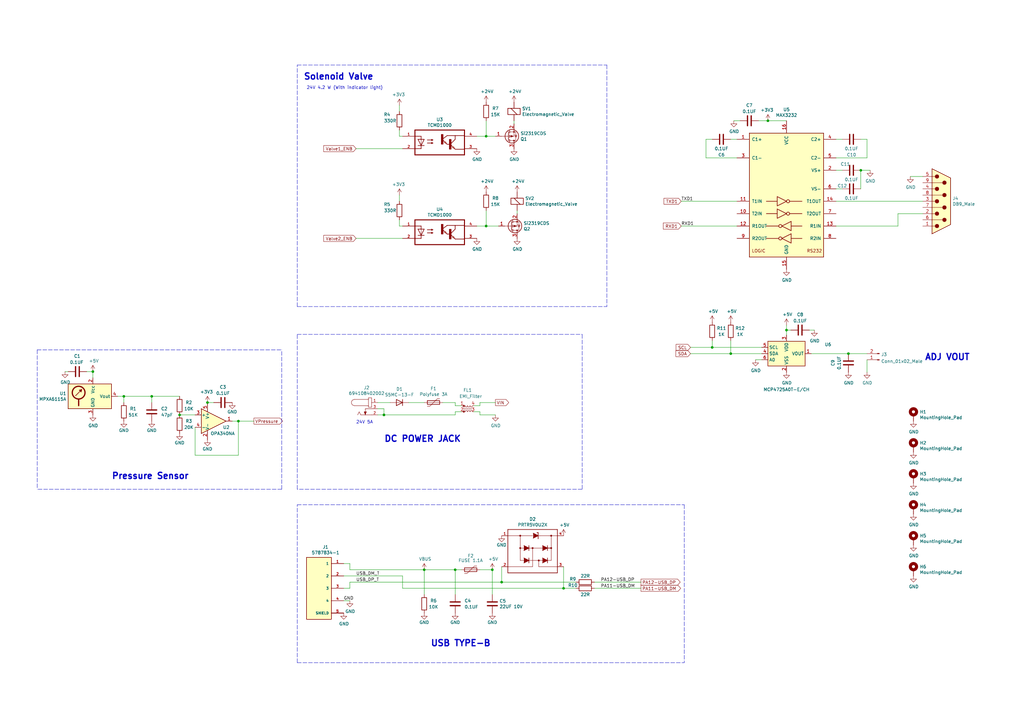
<source format=kicad_sch>
(kicad_sch (version 20211123) (generator eeschema)
  (paper "A3")
  (title_block (title "Interface") (date "2020-11-20") (rev "2.0") (company "JPT Electronics"))
  (lib_symbols
    (symbol "Amplifier_Operational:OPA340NA" (pin_names (offset 0.127))
      (property "Reference" "U" (at -1.27 6.35 0))
      (property "Value" "OPA340NA" (at -1.27 3.81 0))
      (symbol "OPA340NA_0_1"
        (pin power_in line (at -2.54 -7.62 90) (length 3.81) (name "V-") (number "2"))
        (pin power_in line (at -2.54 7.62 270) (length 3.81) (name "V+") (number "5"))
      )
      (symbol "OPA340NA_1_1"
        (pin output line (at 7.62 0 180) (length 2.54) (name "~") (number "1"))
        (pin input line (at -7.62 2.54 0) (length 2.54) (name "+") (number "3"))
        (pin input line (at -7.62 -2.54 0) (length 2.54) (name "-") (number "4"))
      )
    )
    (symbol "Analog_DAC:MCP4725xxx-xCH"
      (property "Reference" "U" (at -6.35 6.35 0))
      (property "Value" "MCP4725xxx-xCH" (at 8.89 6.35 0))
      (symbol "MCP4725xxx-xCH_1_1"
        (pin output line (at 10.16 0 180) (length 2.54) (name "VOUT") (number "1"))
        (pin power_in line (at 0 -7.62 90) (length 2.54) (name "VSS") (number "2"))
        (pin power_in line (at 0 7.62 270) (length 2.54) (name "VDD") (number "3"))
        (pin bidirectional line (at -10.16 0 0) (length 2.54) (name "SDA") (number "4"))
        (pin input line (at -10.16 2.54 0) (length 2.54) (name "SCL") (number "5"))
        (pin input line (at -10.16 -2.54 0) (length 2.54) (name "A0") (number "6"))
      )
    )
    (symbol "Connector:Conn_01x02_Male" (pin_names (offset 1.016) hide)
      (property "Reference" "J" (at 0 2.54 0))
      (property "Value" "Conn_01x02_Male" (at 0 -5.08 0))
      (symbol "Conn_01x02_Male_1_1"
        (pin passive line (at 5.08 0 180) (length 3.81) (name "Pin_1") (number "1"))
        (pin passive line (at 5.08 -2.54 180) (length 3.81) (name "Pin_2") (number "2"))
      )
    )
    (symbol "Connector:DB9_Male" (pin_names (offset 1.016) hide)
      (property "Reference" "J" (at 0 13.97 0))
      (property "Value" "DB9_Male" (at 0 -14.605 0))
      (symbol "DB9_Male_1_1"
        (pin passive line (at -7.62 -10.16 0) (length 3.81) (name "1") (number "1"))
        (pin passive line (at -7.62 -5.08 0) (length 3.81) (name "2") (number "2"))
        (pin passive line (at -7.62 0 0) (length 3.81) (name "3") (number "3"))
        (pin passive line (at -7.62 5.08 0) (length 3.81) (name "4") (number "4"))
        (pin passive line (at -7.62 10.16 0) (length 3.81) (name "5") (number "5"))
        (pin passive line (at -7.62 -7.62 0) (length 3.81) (name "6") (number "6"))
        (pin passive line (at -7.62 -2.54 0) (length 3.81) (name "7") (number "7"))
        (pin passive line (at -7.62 2.54 0) (length 3.81) (name "8") (number "8"))
        (pin passive line (at -7.62 7.62 0) (length 3.81) (name "9") (number "9"))
      )
    )
    (symbol "Device:C" (pin_numbers hide) (pin_names (offset 0.254))
      (property "Reference" "C" (at 0.635 2.54 0))
      (property "Value" "C" (at 0.635 -2.54 0))
      (symbol "C_1_1"
        (pin passive line (at 0 3.81 270) (length 2.794) (name "~") (number "1"))
        (pin passive line (at 0 -3.81 90) (length 2.794) (name "~") (number "2"))
      )
    )
    (symbol "Device:Electromagnetic_Actor" (pin_numbers hide) (pin_names (offset 0.0254) hide)
      (property "Reference" "L" (at 1.27 3.81 0))
      (property "Value" "Device_Electromagnetic_Actor" (at 1.27 -1.27 0))
      (symbol "Electromagnetic_Actor_1_1"
        (pin passive line (at 0 5.08 270) (length 2.54) (name "-") (number "1"))
        (pin passive line (at 0 -2.54 90) (length 2.54) (name "+") (number "2"))
      )
    )
    (symbol "Device:L_Core_Ferrite_Coupled_Small_1423" (pin_names (offset 0.254) hide)
      (property "Reference" "L" (at 0 3.175 0))
      (property "Value" "Device_L_Core_Ferrite_Coupled_Small_1423" (at 0 -3.175 0))
      (symbol "L_Core_Ferrite_Coupled_Small_1423_1_1"
        (pin passive line (at -2.54 1.27 0) (length 0.508) (name "1") (number "1"))
        (pin passive line (at -2.54 -1.27 0) (length 0.508) (name "2") (number "2"))
        (pin passive line (at 2.54 -1.27 180) (length 0.508) (name "3") (number "3"))
        (pin passive line (at 2.54 1.27 180) (length 0.508) (name "4") (number "4"))
      )
    )
    (symbol "Device:Polyfuse" (pin_numbers hide) (pin_names (offset 0))
      (property "Reference" "F" (at -2.54 0 90))
      (property "Value" "Polyfuse" (at 2.54 0 90))
      (symbol "Polyfuse_1_1"
        (pin passive line (at 0 3.81 270) (length 1.27) (name "~") (number "1"))
        (pin passive line (at 0 -3.81 90) (length 1.27) (name "~") (number "2"))
      )
    )
    (symbol "Device:R" (pin_numbers hide) (pin_names (offset 0))
      (property "Reference" "R" (at 2.032 0 90))
      (property "Value" "R" (at 0 0 90))
      (symbol "R_1_1"
        (pin passive line (at 0 3.81 270) (length 1.27) (name "~") (number "1"))
        (pin passive line (at 0 -3.81 90) (length 1.27) (name "~") (number "2"))
      )
    )
    (symbol "Diode:UF5401" (pin_numbers hide) (pin_names (offset 1.016) hide)
      (property "Reference" "D" (at 0 2.54 0))
      (property "Value" "UF5401" (at 0 -2.54 0))
      (symbol "UF5401_1_1"
        (pin passive line (at -3.81 0 0) (length 2.54) (name "K") (number "1"))
        (pin passive line (at 3.81 0 180) (length 2.54) (name "A") (number "2"))
      )
    )
    (symbol "Interface_UART:MAX3232" (pin_names (offset 1.016))
      (property "Reference" "U" (at -2.54 28.575 0))
      (property "Value" "MAX3232" (at -2.54 26.67 0))
      (symbol "MAX3232_0_0"
        (text "LOGIC" (at -11.43 -22.86 0) (effects (font (size 1.27 1.27))))
        (text "RS232" (at 11.43 -22.86 0) (effects (font (size 1.27 1.27))))
      )
      (symbol "MAX3232_1_1"
        (pin passive line (at -20.32 22.86 0) (length 5.08) (name "C1+") (number "1"))
        (pin input line (at -20.32 -7.62 0) (length 5.08) (name "T2IN") (number "10"))
        (pin input line (at -20.32 -2.54 0) (length 5.08) (name "T1IN") (number "11"))
        (pin output line (at -20.32 -12.7 0) (length 5.08) (name "R1OUT") (number "12"))
        (pin input line (at 20.32 -12.7 180) (length 5.08) (name "R1IN") (number "13"))
        (pin output line (at 20.32 -2.54 180) (length 5.08) (name "T1OUT") (number "14"))
        (pin power_in line (at 0 -30.48 90) (length 5.08) (name "GND") (number "15"))
        (pin power_in line (at 0 30.48 270) (length 5.08) (name "VCC") (number "16"))
        (pin power_out line (at 20.32 10.16 180) (length 5.08) (name "VS+") (number "2"))
        (pin passive line (at -20.32 15.24 0) (length 5.08) (name "C1-") (number "3"))
        (pin passive line (at 20.32 22.86 180) (length 5.08) (name "C2+") (number "4"))
        (pin passive line (at 20.32 15.24 180) (length 5.08) (name "C2-") (number "5"))
        (pin power_out line (at 20.32 2.54 180) (length 5.08) (name "VS-") (number "6"))
        (pin output line (at 20.32 -7.62 180) (length 5.08) (name "T2OUT") (number "7"))
        (pin input line (at 20.32 -17.78 180) (length 5.08) (name "R2IN") (number "8"))
        (pin output line (at -20.32 -17.78 0) (length 5.08) (name "R2OUT") (number "9"))
      )
    )
    (symbol "Mechanical:MountingHole_Pad" (pin_numbers hide) (pin_names (offset 1.016) hide)
      (property "Reference" "H" (at 0 6.35 0))
      (property "Value" "MountingHole_Pad" (at 0 4.445 0))
      (symbol "MountingHole_Pad_1_1"
        (pin input line (at 0 -2.54 90) (length 2.54) (name "1") (number "1"))
      )
    )
    (symbol "PJ-067B:PJ-067B" (pin_names (offset 1.016) hide)
      (property "Reference" "J" (at -5.08 5.08 0))
      (property "Value" "PJ-067B" (at -5.08 -5.08 0))
      (symbol "PJ-067B_0_0"
        (pin passive line (at 5.08 2.54 180) (length 2.54) (name "~") (number "1"))
        (pin passive line (at 5.08 -2.54 180) (length 2.54) (name "~") (number "2"))
        (pin passive line (at 5.08 0 180) (length 2.54) (name "~") (number "3"))
      )
    )
    (symbol "Pre-Aligner-rescue:5787834-1-5787834-1-Pre-Aligner-rescue" (pin_names (offset 1.016))
      (property "Reference" "J" (at -5.334 13.462 0))
      (property "Value" "5787834-1-5787834-1-Pre-Aligner-rescue" (at -5.08 -15.24 0))
      (symbol "5787834-1-5787834-1-Pre-Aligner-rescue_0_0"
        (pin passive line (at -10.16 10.16 0) (length 5.08) (name "1") (number "1"))
        (pin passive line (at -10.16 5.08 0) (length 5.08) (name "2") (number "2"))
        (pin passive line (at -10.16 0 0) (length 5.08) (name "3") (number "3"))
        (pin passive line (at -10.16 -5.08 0) (length 5.08) (name "4") (number "4"))
        (pin passive line (at -10.16 -10.16 0) (length 5.08) (name "SHIELD") (number "5"))
        (pin passive line (at -10.16 -10.16 0) (length 5.08) (name "SHIELD") (number "5"))
      )
    )
    (symbol "Pre-Aligner-rescue:PRTR5V0U2X-PRTR5V0U2X-PRTR5V0U2X-Pre-Aligner-rescue" (pin_names (offset 1.016) hide)
      (property "Reference" "D" (at -10.16 8.4582 0))
      (property "Value" "PRTR5V0U2X-PRTR5V0U2X-PRTR5V0U2X-Pre-Aligner-rescue" (at -10.16 -12.5984 0))
      (symbol "PRTR5V0U2X-PRTR5V0U2X-PRTR5V0U2X-Pre-Aligner-rescue_0_0"
        (pin passive line (at -12.7 5.08 0) (length 2.54) (name "~") (number "1"))
        (pin passive line (at -12.7 -7.62 0) (length 2.54) (name "~") (number "2"))
        (pin passive line (at 12.7 -7.62 180) (length 2.54) (name "~") (number "3"))
        (pin passive line (at 12.7 5.08 180) (length 2.54) (name "~") (number "4"))
      )
    )
    (symbol "Sensor_Pressure:MPXA6115A"
      (property "Reference" "U" (at -10.16 6.35 0))
      (property "Value" "MPXA6115A" (at 1.27 6.35 0))
      (symbol "MPXA6115A_1_1"
        (pin no_connect line (at 5.08 -5.08 90) (length 2.54) hide (name "NC") (number "1"))
        (pin power_in line (at 0 7.62 270) (length 2.54) (name "Vcc") (number "2"))
        (pin power_in line (at 0 -7.62 90) (length 2.54) (name "GND") (number "3"))
        (pin output line (at 10.16 0 180) (length 2.54) (name "Vout") (number "4"))
        (pin no_connect line (at -7.62 -5.08 90) (length 2.54) hide (name "NC") (number "5"))
        (pin no_connect line (at -5.08 -5.08 90) (length 2.54) hide (name "NC") (number "6"))
        (pin no_connect line (at -2.54 -5.08 90) (length 2.54) hide (name "NC") (number "7"))
        (pin no_connect line (at 2.54 -5.08 90) (length 2.54) hide (name "NC") (number "8"))
      )
    )
    (symbol "TCMD1000:TCMD1000" (pin_names (offset 1.016) hide)
      (property "Reference" "U" (at -5.08 5.588 0))
      (property "Value" "TCMD1000" (at -5.08 -7.62 0))
      (symbol "TCMD1000_0_0"
        (pin passive line (at -15.24 2.54 0) (length 5.08) (name "~") (number "1"))
        (pin passive line (at -15.24 -2.54 0) (length 5.08) (name "~") (number "2"))
        (pin passive line (at 15.24 -2.54 180) (length 5.08) (name "~") (number "3"))
        (pin passive line (at 15.24 2.54 180) (length 5.08) (name "~") (number "4"))
      )
    )
    (symbol "Transistor_FET:Si2319CDS" (pin_names hide)
      (property "Reference" "Q" (at 5.08 1.905 0))
      (property "Value" "Si2319CDS" (at 5.08 0 0))
      (symbol "Si2319CDS_1_1"
        (pin input line (at -5.08 0 0) (length 2.54) (name "G") (number "1"))
        (pin passive line (at 2.54 -5.08 90) (length 2.54) (name "S") (number "2"))
        (pin passive line (at 2.54 5.08 270) (length 2.54) (name "D") (number "3"))
      )
    )
    (symbol "power:+24V" (power) (pin_names (offset 0))
      (property "Value" "+24V" (at 0 3.556 0))
      (symbol "+24V_1_1"
        (pin power_in line (at 0 0 90) (length 0) hide (name "+24V") (number "1"))
      )
    )
    (symbol "power:+3.3V" (power) (pin_names (offset 0))
      (property "Value" "+3.3V" (at 0 3.556 0))
      (symbol "+3.3V_1_1"
        (pin power_in line (at 0 0 90) (length 0) hide (name "+3V3") (number "1"))
      )
    )
    (symbol "power:+5V" (power) (pin_names (offset 0))
      (property "Value" "+5V" (at 0 3.556 0))
      (symbol "+5V_1_1"
        (pin power_in line (at 0 0 90) (length 0) hide (name "+5V") (number "1"))
      )
    )
    (symbol "power:GND" (power) (pin_names (offset 0))
      (property "Value" "GND" (at 0 -3.81 0))
      (symbol "GND_1_1"
        (pin power_in line (at 0 0 270) (length 0) hide (name "GND") (number "1"))
      )
    )
    (symbol "power:VBUS" (power) (pin_names (offset 0))
      (property "Value" "VBUS" (at 0 3.81 0))
      (symbol "VBUS_1_1"
        (pin power_in line (at 0 0 90) (length 0) hide (name "VBUS") (number "1"))
      )
    )
  )
  (junction (at 38.1 152.4))
  (junction (at 173.99 233.68))
  (junction (at 199.39 55.88))
  (junction (at 73.66 170.18))
  (junction (at 292.1 142.494))
  (junction (at 347.98 145.034))
  (junction (at 97.79 172.72))
  (junction (at 322.58 135.382))
  (junction (at 205.74 238.76))
  (junction (at 314.96 49.53))
  (junction (at 199.39 92.71))
  (junction (at 299.72 145.034))
  (junction (at 201.93 233.68))
  (junction (at 231.14 241.3))
  (junction (at 62.23 162.56))
  (junction (at 157.48 170.18))
  (junction (at 353.06 69.85))
  (junction (at 186.69 233.68))
  (junction (at 85.09 165.1))
  (junction (at 50.8 162.56))
  (polyline (pts (xy 121.92 207.01) (xy 280.67 207.01)))
  (wire (pts (xy 163.83 43.18) (xy 163.83 45.72)))
  (wire (pts (xy 163.83 80.01) (xy 163.83 82.55)))
  (wire (pts (xy 80.01 170.18) (xy 73.66 170.18)))
  (polyline (pts (xy 238.76 137.16) (xy 238.76 200.66)))
  (wire (pts (xy 38.1 152.4) (xy 38.1 154.94)))
  (wire (pts (xy 143.51 231.14) (xy 140.97 231.14)))
  (wire (pts (xy 199.39 92.71) (xy 195.58 92.71)))
  (wire (pts (xy 203.2 55.88) (xy 199.39 55.88)))
  (wire (pts (xy 186.69 165.1) (xy 186.69 166.37)))
  (wire (pts (xy 322.58 133.35) (xy 322.58 135.382)))
  (wire (pts (xy 186.69 170.18) (xy 186.69 168.91)))
  (wire (pts (xy 309.88 147.574) (xy 312.42 147.574)))
  (wire (pts (xy 302.26 82.55) (xy 279.4 82.55)))
  (wire (pts (xy 311.15 49.53) (xy 314.96 49.53)))
  (wire (pts (xy 26.67 152.4) (xy 27.94 152.4)))
  (wire (pts (xy 87.63 165.1) (xy 85.09 165.1)))
  (wire (pts (xy 355.6 152.654) (xy 355.6 147.574)))
  (wire (pts (xy 157.48 170.18) (xy 157.48 167.64)))
  (wire (pts (xy 322.58 135.382) (xy 324.358 135.382)))
  (wire (pts (xy 194.31 166.37) (xy 196.85 166.37)))
  (wire (pts (xy 62.23 162.56) (xy 73.66 162.56)))
  (wire (pts (xy 342.9 69.85) (xy 345.44 69.85)))
  (wire (pts (xy 194.31 168.91) (xy 196.85 168.91)))
  (wire (pts (xy 181.61 165.1) (xy 186.69 165.1)))
  (wire (pts (xy 97.79 172.72) (xy 104.14 172.72)))
  (wire (pts (xy 203.2 170.18) (xy 196.85 170.18)))
  (wire (pts (xy 342.9 64.77) (xy 355.6 64.77)))
  (wire (pts (xy 199.39 86.36) (xy 199.39 92.71)))
  (wire (pts (xy 231.14 232.41) (xy 231.14 241.3)))
  (wire (pts (xy 157.48 167.64) (xy 154.94 167.64)))
  (wire (pts (xy 342.9 77.47) (xy 345.44 77.47)))
  (polyline (pts (xy 121.92 125.73) (xy 248.92 125.73)))
  (wire (pts (xy 204.47 92.71) (xy 199.39 92.71)))
  (wire (pts (xy 355.6 64.77) (xy 355.6 57.15)))
  (polyline (pts (xy 121.92 137.16) (xy 238.76 137.16)))
  (wire (pts (xy 140.97 236.22) (xy 165.1 236.22)))
  (wire (pts (xy 48.26 162.56) (xy 50.8 162.56)))
  (polyline (pts (xy 121.92 271.78) (xy 280.67 271.78)))
  (wire (pts (xy 331.978 135.382) (xy 334.01 135.382)))
  (wire (pts (xy 146.05 97.79) (xy 165.1 97.79)))
  (wire (pts (xy 186.69 166.37) (xy 189.23 166.37)))
  (wire (pts (xy 186.69 233.68) (xy 189.23 233.68)))
  (wire (pts (xy 163.83 55.88) (xy 165.1 55.88)))
  (wire (pts (xy 146.05 60.96) (xy 165.1 60.96)))
  (polyline (pts (xy 121.92 125.73) (xy 121.92 26.67)))
  (wire (pts (xy 196.85 165.1) (xy 203.2 165.1)))
  (wire (pts (xy 50.8 165.1) (xy 50.8 162.56)))
  (wire (pts (xy 283.21 142.494) (xy 292.1 142.494)))
  (polyline (pts (xy 121.92 200.66) (xy 121.92 137.16)))
  (wire (pts (xy 143.51 233.68) (xy 143.51 231.14)))
  (wire (pts (xy 163.83 90.17) (xy 163.83 92.71)))
  (wire (pts (xy 289.56 57.15) (xy 289.56 64.77)))
  (wire (pts (xy 201.93 233.68) (xy 196.85 233.68)))
  (wire (pts (xy 163.83 92.71) (xy 165.1 92.71)))
  (wire (pts (xy 163.83 53.34) (xy 163.83 55.88)))
  (wire (pts (xy 299.72 139.7) (xy 299.72 145.034)))
  (polyline (pts (xy 121.92 26.67) (xy 248.92 26.67)))
  (wire (pts (xy 186.69 168.91) (xy 189.23 168.91)))
  (wire (pts (xy 97.79 186.69) (xy 97.79 172.72)))
  (wire (pts (xy 201.93 243.84) (xy 201.93 233.68)))
  (wire (pts (xy 355.6 57.15) (xy 353.06 57.15)))
  (wire (pts (xy 283.21 145.034) (xy 299.72 145.034)))
  (wire (pts (xy 342.9 92.71) (xy 368.3 92.71)))
  (wire (pts (xy 154.94 170.18) (xy 157.48 170.18)))
  (polyline (pts (xy 115.57 200.66) (xy 115.57 143.51)))
  (polyline (pts (xy 121.92 271.78) (xy 121.92 207.01)))
  (wire (pts (xy 205.74 238.76) (xy 236.22 238.76)))
  (wire (pts (xy 173.99 243.84) (xy 173.99 233.68)))
  (wire (pts (xy 292.1 142.494) (xy 312.42 142.494)))
  (wire (pts (xy 353.06 77.47) (xy 353.06 69.85)))
  (wire (pts (xy 243.84 238.76) (xy 262.89 238.76)))
  (wire (pts (xy 342.9 57.15) (xy 345.44 57.15)))
  (wire (pts (xy 165.1 236.22) (xy 165.1 241.3)))
  (polyline (pts (xy 15.24 143.51) (xy 115.57 143.51)))
  (polyline (pts (xy 115.57 200.66) (xy 15.24 200.66)))
  (wire (pts (xy 199.39 49.53) (xy 199.39 55.88)))
  (wire (pts (xy 97.79 172.72) (xy 95.25 172.72)))
  (wire (pts (xy 289.56 64.77) (xy 302.26 64.77)))
  (wire (pts (xy 143.51 233.68) (xy 173.99 233.68)))
  (wire (pts (xy 35.56 152.4) (xy 38.1 152.4)))
  (wire (pts (xy 173.99 165.1) (xy 167.64 165.1)))
  (wire (pts (xy 205.74 232.41) (xy 205.74 238.76)))
  (polyline (pts (xy 238.76 200.66) (xy 121.92 200.66)))
  (wire (pts (xy 80.01 186.69) (xy 97.79 186.69)))
  (wire (pts (xy 314.96 49.53) (xy 322.58 49.53)))
  (wire (pts (xy 154.94 165.1) (xy 160.02 165.1)))
  (wire (pts (xy 347.98 145.034) (xy 355.6 145.034)))
  (wire (pts (xy 231.14 241.3) (xy 236.22 241.3)))
  (wire (pts (xy 143.51 241.3) (xy 143.51 238.76)))
  (wire (pts (xy 62.23 165.1) (xy 62.23 162.56)))
  (wire (pts (xy 143.51 238.76) (xy 205.74 238.76)))
  (wire (pts (xy 300.99 49.53) (xy 303.53 49.53)))
  (wire (pts (xy 173.99 233.68) (xy 186.69 233.68)))
  (wire (pts (xy 199.39 55.88) (xy 195.58 55.88)))
  (wire (pts (xy 378.46 87.63) (xy 368.3 87.63)))
  (wire (pts (xy 356.87 69.85) (xy 353.06 69.85)))
  (polyline (pts (xy 248.92 26.67) (xy 248.92 125.73)))
  (wire (pts (xy 322.58 135.382) (xy 322.58 137.414)))
  (wire (pts (xy 196.85 168.91) (xy 196.85 170.18)))
  (wire (pts (xy 212.09 86.36) (xy 212.09 87.63)))
  (wire (pts (xy 50.8 162.56) (xy 62.23 162.56)))
  (polyline (pts (xy 15.24 143.51) (xy 15.24 200.66)))
  (wire (pts (xy 140.97 246.38) (xy 143.51 246.38)))
  (wire (pts (xy 140.97 241.3) (xy 143.51 241.3)))
  (wire (pts (xy 243.84 241.3) (xy 262.89 241.3)))
  (wire (pts (xy 368.3 87.63) (xy 368.3 92.71)))
  (wire (pts (xy 299.72 57.15) (xy 302.26 57.15)))
  (wire (pts (xy 373.38 72.39) (xy 378.46 72.39)))
  (wire (pts (xy 196.85 166.37) (xy 196.85 165.1)))
  (wire (pts (xy 292.1 57.15) (xy 289.56 57.15)))
  (wire (pts (xy 165.1 241.3) (xy 231.14 241.3)))
  (wire (pts (xy 342.9 82.55) (xy 378.46 82.55)))
  (wire (pts (xy 157.48 170.18) (xy 186.69 170.18)))
  (wire (pts (xy 292.1 139.7) (xy 292.1 142.494)))
  (polyline (pts (xy 280.67 207.01) (xy 280.67 271.78)))
  (wire (pts (xy 210.82 50.8) (xy 210.82 49.53)))
  (wire (pts (xy 299.72 145.034) (xy 312.42 145.034)))
  (wire (pts (xy 302.26 92.71) (xy 279.4 92.71)))
  (wire (pts (xy 80.01 175.26) (xy 80.01 186.69)))
  (wire (pts (xy 186.69 243.84) (xy 186.69 233.68)))
  (wire (pts (xy 332.74 145.034) (xy 347.98 145.034)))
  (text "USB TYPE-B" (at 176.53 265.43 0) (effects (font (size 2.54 2.54) (thickness 0.508) bold) (justify left bottom)))
  (text "ADJ VOUT\n" (at 379.222 148.082 0) (effects (font (size 2.54 2.54) (thickness 0.508) bold) (justify left bottom)))
  (text "24V 4.2 W (With indicator light)" (at 125.73 36.83 0) (effects (font (size 1.27 1.27)) (justify left bottom)))
  (text "Pressure Sensor" (at 45.72 196.85 0) (effects (font (size 2.54 2.54) (thickness 0.508) bold) (justify left bottom)))
  (text "24V 5A" (at 146.05 173.99 0) (effects (font (size 1.27 1.27)) (justify left bottom)))
  (text "Solenoid Valve" (at 124.46 33.02 0) (effects (font (size 2.54 2.54) (thickness 0.508) bold) (justify left bottom)))
  (text "DC POWER JACK" (at 157.48 181.61 0) (effects (font (size 2.54 2.54) (thickness 0.508) bold) (justify left bottom)))
  (label "RXD1" (at 279.4 92.71 0))
  (label "GND" (at 140.97 246.38 0))
  (label "PA11-USB_DM" (at 246.38 241.3 0))
  (label "PA12-USB_DP" (at 246.38 238.76 0))
  (label "USB_DM_T" (at 146.05 236.22 0))
  (label "TXD1" (at 279.4 82.55 0))
  (label "USB_DP_T" (at 146.05 238.76 0))
  (global_label "Valve2_ENB" (shape input) (at 146.05 97.79 180) (property "Intersheet References" "${INTERSHEET_REFS}" (effects hide)))
  (global_label "SCL" (shape input) (at 283.21 142.494 180) (property "Intersheet References" "${INTERSHEET_REFS}" (effects hide)))
  (global_label "SDA" (shape input) (at 283.21 145.034 180) (property "Intersheet References" "${INTERSHEET_REFS}" (effects hide)))
  (global_label "PA11-USB_DM" (shape output) (at 262.89 241.3 0) (property "Intersheet References" "${INTERSHEET_REFS}" (effects hide)))
  (global_label "TXD1" (shape input) (at 279.4 82.55 180) (property "Intersheet References" "${INTERSHEET_REFS}" (effects hide)))
  (global_label "VIN" (shape output) (at 203.2 165.1 0) (property "Intersheet References" "${INTERSHEET_REFS}" (effects hide)))
  (global_label "VPressure" (shape output) (at 104.14 172.72 0) (property "Intersheet References" "${INTERSHEET_REFS}" (effects hide)))
  (global_label "Valve1_ENB" (shape input) (at 146.05 60.96 180) (property "Intersheet References" "${INTERSHEET_REFS}" (effects hide)))
  (global_label "PA12-USB_DP" (shape output) (at 262.89 238.76 0) (property "Intersheet References" "${INTERSHEET_REFS}" (effects hide)))
  (global_label "RXD1" (shape input) (at 279.4 92.71 180) (property "Intersheet References" "${INTERSHEET_REFS}" (effects hide)))
  (symbol (lib_id "Mechanical:MountingHole_Pad") (at 374.65 170.18 0) (unit 1)
    (property "Reference" "H1" (at 377.19 168.9354 0) (effects (justify left)))
    (property "Value" "MountingHole_Pad" (at 377.19 171.2468 0) (effects (justify left)))
    (property "Footprint" "MountingHole:MountingHole_3.5mm_Pad" (effects hide))
    (property "Datasheet" "Empty Do not mount" (effects hide))
    (property "Description" "Empty Do not mount" (effects hide))
    (property "Manufacturer_Name" "Empty Do not mount" (effects hide))
    (property "Manufacturer_Part_Number" "Empty Do not mount" (effects hide))
  )
  (symbol (lib_id "power:GND") (at 374.65 172.72 0) (unit 1)
    (property "Reference" "#PWR043" (effects hide))
    (property "Value" "GND" (at 374.777 177.1142 0))
  )
  (symbol (lib_id "power:+24V") (at 199.39 41.91 0) (unit 1)
    (property "Reference" "#PWR019" (effects hide))
    (property "Value" "+24V" (at 199.771 37.5158 0))
  )
  (symbol (lib_id "Device:R") (at 163.83 49.53 180) (unit 1)
    (property "Reference" "R4" (at 158.75 46.99 0))
    (property "Value" "330R" (at 160.02 49.53 0))
    (property "Footprint" "Resistor_SMD:R_0603_1608Metric" (effects hide))
    (property "Datasheet" "https://www.digikey.sg/product-detail/en/yageo/RC0603JR-07330RL/311-330GRCT-ND/729716" (effects hide))
    (property "Manufacturer_Part_Number" "RC0603JR-07330RL" (effects hide))
    (property "Manufacturer_Name" "Yageo" (effects hide))
    (property "Description" "330 Ohms ±5% 0.1W, 1/10W Chip Resistor 0603 (1608 Metric) Moisture Resistant Thick Film" (effects hide))
  )
  (symbol (lib_id "Mechanical:MountingHole_Pad") (at 374.65 182.88 0) (unit 1)
    (property "Reference" "H2" (at 377.19 181.6354 0) (effects (justify left)))
    (property "Value" "MountingHole_Pad" (at 377.19 183.9468 0) (effects (justify left)))
    (property "Footprint" "MountingHole:MountingHole_3.5mm_Pad" (effects hide))
    (property "Datasheet" "Empty Do not mount" (effects hide))
    (property "Description" "Empty Do not mount" (effects hide))
    (property "Manufacturer_Name" "Empty Do not mount" (effects hide))
    (property "Manufacturer_Part_Number" "Empty Do not mount" (effects hide))
  )
  (symbol (lib_id "power:GND") (at 374.65 185.42 0) (unit 1)
    (property "Reference" "#PWR044" (effects hide))
    (property "Value" "GND" (at 374.777 189.8142 0))
  )
  (symbol (lib_id "Mechanical:MountingHole_Pad") (at 374.65 195.58 0) (unit 1)
    (property "Reference" "H3" (at 377.19 194.3354 0) (effects (justify left)))
    (property "Value" "MountingHole_Pad" (at 377.19 196.6468 0) (effects (justify left)))
    (property "Footprint" "MountingHole:MountingHole_3.5mm_Pad" (effects hide))
    (property "Datasheet" "Empty Do not mount" (effects hide))
    (property "Description" "Empty Do not mount" (effects hide))
    (property "Manufacturer_Name" "Empty Do not mount" (effects hide))
    (property "Manufacturer_Part_Number" "Empty Do not mount" (effects hide))
  )
  (symbol (lib_id "power:GND") (at 374.65 198.12 0) (unit 1)
    (property "Reference" "#PWR045" (effects hide))
    (property "Value" "GND" (at 374.777 202.5142 0))
  )
  (symbol (lib_id "Mechanical:MountingHole_Pad") (at 374.65 208.28 0) (unit 1)
    (property "Reference" "H4" (at 377.19 207.0354 0) (effects (justify left)))
    (property "Value" "MountingHole_Pad" (at 377.19 209.3468 0) (effects (justify left)))
    (property "Footprint" "MountingHole:MountingHole_3.5mm_Pad" (effects hide))
    (property "Datasheet" "Empty Do not mount" (effects hide))
    (property "Description" "Empty Do not mount" (effects hide))
    (property "Manufacturer_Name" "Empty Do not mount" (effects hide))
    (property "Manufacturer_Part_Number" "Empty Do not mount" (effects hide))
  )
  (symbol (lib_id "power:GND") (at 374.65 210.82 0) (unit 1)
    (property "Reference" "#PWR046" (effects hide))
    (property "Value" "GND" (at 374.777 215.2142 0))
  )
  (symbol (lib_id "Mechanical:MountingHole_Pad") (at 374.65 220.98 0) (unit 1)
    (property "Reference" "H5" (at 377.19 219.7354 0) (effects (justify left)))
    (property "Value" "MountingHole_Pad" (at 377.19 222.0468 0) (effects (justify left)))
    (property "Footprint" "MountingHole:MountingHole_3.5mm_Pad" (effects hide))
    (property "Datasheet" "Empty Do not mount" (effects hide))
    (property "Description" "Empty Do not mount" (effects hide))
    (property "Manufacturer_Name" "Empty Do not mount" (effects hide))
    (property "Manufacturer_Part_Number" "Empty Do not mount" (effects hide))
  )
  (symbol (lib_id "power:GND") (at 374.65 223.52 0) (unit 1)
    (property "Reference" "#PWR047" (effects hide))
    (property "Value" "GND" (at 374.777 227.9142 0))
  )
  (symbol (lib_id "Mechanical:MountingHole_Pad") (at 374.65 233.68 0) (unit 1)
    (property "Reference" "H6" (at 377.19 232.4354 0) (effects (justify left)))
    (property "Value" "MountingHole_Pad" (at 377.19 234.7468 0) (effects (justify left)))
    (property "Footprint" "MountingHole:MountingHole_3.5mm_Pad" (effects hide))
    (property "Datasheet" "Empty Do not mount" (effects hide))
    (property "Description" "Empty Do not mount" (effects hide))
    (property "Manufacturer_Name" "Empty Do not mount" (effects hide))
    (property "Manufacturer_Part_Number" "Empty Do not mount" (effects hide))
  )
  (symbol (lib_id "power:GND") (at 374.65 236.22 0) (unit 1)
    (property "Reference" "#PWR048" (effects hide))
    (property "Value" "GND" (at 374.777 240.6142 0))
  )
  (symbol (lib_id "power:GND") (at 140.97 251.46 0) (unit 1)
    (property "Reference" "#PWR010" (effects hide))
    (property "Value" "GND" (at 141.097 255.8542 0))
  )
  (symbol (lib_id "power:GND") (at 143.51 246.38 0) (unit 1)
    (property "Reference" "#PWR011" (effects hide))
    (property "Value" "GND" (at 143.637 250.7742 0))
  )
  (symbol (lib_id "Device:L_Core_Ferrite_Coupled_Small_1423") (at 191.77 167.64 0) (unit 1)
    (property "Reference" "FL1" (at 191.77 160.02 0))
    (property "Value" "EMI_Filter" (at 193.04 162.56 0))
    (property "Footprint" "AOD:ACM7060-701-2PL-TL" (effects hide))
    (property "Datasheet" "https://product.tdk.com/info/en/catalog/datasheets/cmf_commercial_power_acm7060_en.pdf" (effects hide))
    (property "Manufacturer_Part_Number" "ACM7060-701-2PL-TL01" (effects hide))
    (property "Manufacturer_Name" "TDK Corporation" (effects hide))
    (property "Description" "2 Line Common Mode Choke Surface Mount 700 Ohms @ 100MHz 4A DCR 15mOhm" (effects hide))
  )
  (symbol (lib_id "TCMD1000:TCMD1000") (at 180.34 58.42 0) (unit 1)
    (property "Reference" "U3" (at 180.34 49.022 0))
    (property "Value" "TCMD1000" (at 180.34 51.3334 0))
    (property "Footprint" "SOP127P695X210-4N" (effects hide))
    (property "Datasheet" "https://www.digikey.sg/product-detail/en/vishay-semiconductor-opto-division/TCMD1000/TCMD1000TR-ND/4251675" (effects hide))
    (property "Manufacturer_Part_Number" "TCMD1000" (effects hide))
    (property "Manufacturer_Name" "Vishay Semiconductor Opto Division" (effects hide))
    (property "Description" "Optoisolator Darlington Output 3750Vrms 1 Channel 4-SOP" (effects hide))
    (property "D_MIN" "2.8" (effects hide))
    (property "D_NOM" "2.8" (effects hide))
    (property "E1_NOM" "4.4" (effects hide))
    (property "L_MAX" "1.0" (effects hide))
    (property "D_MAX" "2.8" (effects hide))
    (property "A_NOM" "2.1" (effects hide))
    (property "D2_MAX" "0.0" (effects hide))
    (property "L_MIN" "0.3" (effects hide))
    (property "PIN_COUNT" "4.0" (effects hide))
    (property "E2_MAX" "0.0" (effects hide))
    (property "MANUFACTURER" "Vishay" (effects hide))
    (property "L_NOM" "0.65" (effects hide))
    (property "B_MIN" "0.35" (effects hide))
    (property "B_NOM" "0.45" (effects hide))
    (property "STANDARD" "IPC 7351B" (effects hide))
    (property "B_MAX" "0.55" (effects hide))
    (property "ENOM" "1.27" (effects hide))
    (property "E1_MIN" "4.2" (effects hide))
    (property "E_MAX" "7.3" (effects hide))
    (property "A1_MIN" "0.2" (effects hide))
    (property "MAXIMUM_PACKAGE_HEIGHT" "2.1mm" (effects hide))
    (property "PARTREV" "2.2" (effects hide))
    (property "A_MAX" "2.1" (effects hide))
    (property "E_NOM" "6.95" (effects hide))
    (property "E_MIN" "6.6" (effects hide))
  )
  (symbol (lib_id "power:GND") (at 195.58 60.96 0) (unit 1)
    (property "Reference" "#PWR017" (effects hide))
    (property "Value" "GND" (at 195.707 65.3542 0))
  )
  (symbol (lib_id "Sensor_Pressure:MPXA6115A") (at 38.1 162.56 0) (unit 1)
    (property "Reference" "U1" (at 27.2034 161.3916 0) (effects (justify right)))
    (property "Value" "MPXA6115A" (at 27.2034 163.703 0) (effects (justify right)))
    (property "Footprint" "MPXV6115V6U:SOP254P1821X584-8N" (effects hide))
    (property "Datasheet" "http://www.nxp.com/files/sensors/doc/data_sheet/MPXA6115A.pdf" (effects hide))
    (property "Manufacturer_Part_Number" "MPXA6115AC6U" (effects hide))
    (property "Manufacturer_Name" "NXP USA Inc." (effects hide))
    (property "Description" "Pressure Sensor 2.18PSI ~ 16.68PSI (15kPa ~ 115kPa) Absolute Male - 0.13\" (3.17mm) Tube 0.2 V ~ 4.7 V 8-SMD, Gull Wing, Top Port" (effects hide))
  )
  (symbol (lib_id "power:GND") (at 38.1 170.18 0) (unit 1)
    (property "Reference" "#PWR03" (effects hide))
    (property "Value" "GND" (at 38.227 174.5742 0))
  )
  (symbol (lib_id "power:+5V") (at 38.1 152.4 0) (unit 1)
    (property "Reference" "#PWR02" (effects hide))
    (property "Value" "+5V" (at 38.481 148.0058 0))
  )
  (symbol (lib_id "Device:C") (at 31.75 152.4 90) (unit 1)
    (property "Reference" "C1" (at 33.02 146.05 90) (effects (justify left)))
    (property "Value" "0.1UF" (at 34.29 148.59 90) (effects (justify left)))
    (property "Footprint" "Capacitor_SMD:C_0603_1608Metric" (effects hide))
    (property "Datasheet" "https://www.digikey.sg/product-detail/en/kemet/C0603C104M5RACTU/399-7845-1-ND/3471568" (effects hide))
    (property "Description" "0.1µF ±20% 50V Ceramic Capacitor X7R 0603 (1608 Metric)" (effects hide))
    (property "Manufacturer_Name" "KEMET" (effects hide))
    (property "Manufacturer_Part_Number" "C0603C104M5RACTU" (effects hide))
  )
  (symbol (lib_id "power:GND") (at 26.67 152.4 0) (unit 1)
    (property "Reference" "#PWR01" (effects hide))
    (property "Value" "GND" (at 26.797 156.7942 0))
  )
  (symbol (lib_id "Device:R") (at 199.39 45.72 180) (unit 1)
    (property "Reference" "R7" (at 203.2 44.45 0))
    (property "Value" "15K" (at 203.2 46.99 0))
    (property "Footprint" "Resistor_SMD:R_0603_1608Metric" (effects hide))
    (property "Datasheet" "https://www.digikey.sg/product-detail/en/panasonic-electronic-components/ERA-3AEB153V/P15KDBTR-ND/1465882" (effects hide))
    (property "Description" "15 kOhms ±0.1% 0.1W, 1/10W Chip Resistor 0603 (1608 Metric) Automotive AEC-Q200 Thin Film" (effects hide))
    (property "Manufacturer_Name" "Panasonic Electronic Components" (effects hide))
    (property "Manufacturer_Part_Number" "ERA-3AEB153V" (effects hide))
  )
  (symbol (lib_id "power:+24V") (at 199.39 78.74 0) (unit 1)
    (property "Reference" "#PWR020" (effects hide))
    (property "Value" "+24V" (at 199.771 74.3458 0))
  )
  (symbol (lib_id "Device:R") (at 163.83 86.36 180) (unit 1)
    (property "Reference" "R5" (at 158.75 83.82 0))
    (property "Value" "330R" (at 160.02 86.36 0))
    (property "Footprint" "Resistor_SMD:R_0603_1608Metric" (effects hide))
    (property "Datasheet" "https://www.digikey.sg/product-detail/en/yageo/RC0603JR-07330RL/311-330GRCT-ND/729716" (effects hide))
    (property "Manufacturer_Part_Number" "RC0603JR-07330RL" (effects hide))
    (property "Manufacturer_Name" "Yageo" (effects hide))
    (property "Description" "330 Ohms ±5% 0.1W, 1/10W Chip Resistor 0603 (1608 Metric) Moisture Resistant Thick Film" (effects hide))
  )
  (symbol (lib_id "TCMD1000:TCMD1000") (at 180.34 95.25 0) (unit 1)
    (property "Reference" "U4" (at 180.34 85.852 0))
    (property "Value" "TCMD1000" (at 180.34 88.1634 0))
    (property "Footprint" "SOP127P695X210-4N" (effects hide))
    (property "Datasheet" "https://www.digikey.sg/product-detail/en/vishay-semiconductor-opto-division/TCMD1000/TCMD1000TR-ND/4251675" (effects hide))
    (property "Manufacturer_Part_Number" "TCMD1000" (effects hide))
    (property "Manufacturer_Name" "Vishay Semiconductor Opto Division" (effects hide))
    (property "Description" "Optoisolator Darlington Output 3750Vrms 1 Channel 4-SOP" (effects hide))
    (property "D_MIN" "2.8" (effects hide))
    (property "D_NOM" "2.8" (effects hide))
    (property "E1_NOM" "4.4" (effects hide))
    (property "L_MAX" "1.0" (effects hide))
    (property "D_MAX" "2.8" (effects hide))
    (property "A_NOM" "2.1" (effects hide))
    (property "D2_MAX" "0.0" (effects hide))
    (property "L_MIN" "0.3" (effects hide))
    (property "PIN_COUNT" "4.0" (effects hide))
    (property "E2_MAX" "0.0" (effects hide))
    (property "MANUFACTURER" "Vishay" (effects hide))
    (property "L_NOM" "0.65" (effects hide))
    (property "B_MIN" "0.35" (effects hide))
    (property "B_NOM" "0.45" (effects hide))
    (property "STANDARD" "IPC 7351B" (effects hide))
    (property "B_MAX" "0.55" (effects hide))
    (property "ENOM" "1.27" (effects hide))
    (property "E1_MIN" "4.2" (effects hide))
    (property "E_MAX" "7.3" (effects hide))
    (property "A1_MIN" "0.2" (effects hide))
    (property "MAXIMUM_PACKAGE_HEIGHT" "2.1mm" (effects hide))
    (property "PARTREV" "2.2" (effects hide))
    (property "A_MAX" "2.1" (effects hide))
    (property "E_NOM" "6.95" (effects hide))
    (property "E_MIN" "6.6" (effects hide))
  )
  (symbol (lib_id "power:GND") (at 195.58 97.79 0) (unit 1)
    (property "Reference" "#PWR018" (effects hide))
    (property "Value" "GND" (at 195.707 102.1842 0))
  )
  (symbol (lib_id "Device:R") (at 199.39 82.55 180) (unit 1)
    (property "Reference" "R8" (at 203.2 81.28 0))
    (property "Value" "15K" (at 203.2 83.82 0))
    (property "Footprint" "Resistor_SMD:R_0603_1608Metric" (effects hide))
    (property "Datasheet" "https://www.digikey.sg/product-detail/en/panasonic-electronic-components/ERA-3AEB153V/P15KDBTR-ND/1465882" (effects hide))
    (property "Description" "15 kOhms ±0.1% 0.1W, 1/10W Chip Resistor 0603 (1608 Metric) Automotive AEC-Q200 Thin Film" (effects hide))
    (property "Manufacturer_Name" "Panasonic Electronic Components" (effects hide))
    (property "Manufacturer_Part_Number" "ERA-3AEB153V" (effects hide))
  )
  (symbol (lib_id "Device:Electromagnetic_Actor") (at 212.09 83.82 0) (unit 1)
    (property "Reference" "SV2" (at 215.392 81.3816 0) (effects (justify left)))
    (property "Value" "Electromagnetic_Valve" (at 215.392 83.693 0) (effects (justify left)))
    (property "Footprint" "Connector_Molex:Molex_KK-254_AE-6410-02A_1x02_P2.54mm_Vertical" (effects hide))
    (property "Datasheet" "https://www.digikey.sg/product-detail/en/molex/0022272021/WM4111-ND/1130577" (effects hide))
    (property "Manufacturer_Part_Number" "0022272021" (effects hide))
    (property "Manufacturer_Name" "Molex" (effects hide))
    (property "Description" "Connector Header Through Hole 2 position 0.100\" (2.54mm)" (effects hide))
  )
  (symbol (lib_id "Device:Electromagnetic_Actor") (at 210.82 46.99 0) (unit 1)
    (property "Reference" "SV1" (at 214.122 44.5516 0) (effects (justify left)))
    (property "Value" "Electromagnetic_Valve" (at 214.122 46.863 0) (effects (justify left)))
    (property "Footprint" "Connector_Molex:Molex_KK-254_AE-6410-02A_1x02_P2.54mm_Vertical" (effects hide))
    (property "Datasheet" "https://www.digikey.sg/product-detail/en/molex/0022272021/WM4111-ND/1130577" (effects hide))
    (property "Manufacturer_Part_Number" "0022272021" (effects hide))
    (property "Manufacturer_Name" "Molex" (effects hide))
    (property "Description" "Connector Header Through Hole 2 position 0.100\" (2.54mm)" (effects hide))
  )
  (symbol (lib_id "Device:Polyfuse") (at 177.8 165.1 270) (unit 1)
    (property "Reference" "F1" (at 177.8 159.385 90))
    (property "Value" "Polyfuse 3A" (at 177.8 161.6964 90))
    (property "Footprint" "Fuse:Fuse_Bourns_MF-RHT1300" (effects hide))
    (property "Datasheet" "https://www.digikey.sg/product-detail/en/bourns-inc/MF-RX300-72-2/MF-RX300-72-2TR-ND/2561732" (effects hide))
    (property "Manufacturer_Part_Number" "MF-RX300/72-2" (effects hide))
    (property "Manufacturer_Name" "Bourns Inc." (effects hide))
    (property "Description" "Polymeric PTC Resettable Fuse 72V 3A Ih Through Hole Radial, Disc" (effects hide))
  )
  (symbol (lib_id "Device:Polyfuse") (at 193.04 233.68 270) (unit 1)
    (property "Reference" "F2" (at 193.04 227.965 90))
    (property "Value" "FUSE 1.1A" (at 193.04 229.87 90))
    (property "Footprint" "Fuse:Fuse_1812_4532Metric_Pad1.30x3.40mm_HandSolder" (effects hide))
    (property "Datasheet" "https://www.digikey.sg/product-detail/en/littelfuse-inc/1812L110-33MR/F3486CT-ND/2240058" (effects hide))
    (property "Description" "Polymeric PTC Resettable Fuse 33V 1.1A Ih Surface Mount 1812 (4532 Metric), Concave" (effects hide))
    (property "Manufacturer_Name" "Littelfuse Inc." (effects hide))
    (property "Manufacturer_Part_Number" "1812L110/33MR" (effects hide))
  )
  (symbol (lib_id "Device:C") (at 201.93 247.65 0) (unit 1)
    (property "Reference" "C5" (at 204.851 246.4816 0) (effects (justify left)))
    (property "Value" "22UF 10V" (at 204.851 248.793 0) (effects (justify left)))
    (property "Footprint" "Capacitor_SMD:C_0805_2012Metric" (effects hide))
    (property "Datasheet" "https://www.digikey.sg/product-detail/en/murata-electronics/GRM21BR61A226ME51L/490-10511-1-ND/5026441" (effects hide))
    (property "Description" "22µF ±20% 10V Ceramic Capacitor X5R 0805 (2012 Metric)" (effects hide))
    (property "Manufacturer_Name" "Murata Electronics" (effects hide))
    (property "Manufacturer_Part_Number" "GRM21BR61A226ME51L" (effects hide))
  )
  (symbol (lib_id "Device:R") (at 240.03 238.76 90) (unit 1)
    (property "Reference" "R9" (at 234.95 237.49 90))
    (property "Value" "22R" (at 240.03 236.22 90))
    (property "Footprint" "Resistor_SMD:R_0603_1608Metric" (effects hide))
    (property "Datasheet" "https://www.digikey.sg/product-detail/en/yageo/RC0603FR-0722RL/311-22-0HRCT-ND/730002" (effects hide))
    (property "Description" "22 Ohms ±1% 0.1W, 1/10W Chip Resistor 0603 (1608 Metric) Moisture Resistant Thick Film" (effects hide))
    (property "Manufacturer_Name" "Yageo" (effects hide))
    (property "Manufacturer_Part_Number" "RC0603FR-0722RL" (effects hide))
  )
  (symbol (lib_id "power:GND") (at 201.93 251.46 0) (unit 1)
    (property "Reference" "#PWR022" (effects hide))
    (property "Value" "GND" (at 201.93 255.27 0))
  )
  (symbol (lib_id "Device:R") (at 240.03 241.3 90) (unit 1)
    (property "Reference" "R10" (at 234.95 240.03 90))
    (property "Value" "22R" (at 240.03 243.84 90))
    (property "Footprint" "Resistor_SMD:R_0603_1608Metric" (effects hide))
    (property "Datasheet" "https://www.digikey.sg/product-detail/en/yageo/RC0603FR-0722RL/311-22-0HRCT-ND/730002" (effects hide))
    (property "Description" "22 Ohms ±1% 0.1W, 1/10W Chip Resistor 0603 (1608 Metric) Moisture Resistant Thick Film" (effects hide))
    (property "Manufacturer_Name" "Yageo" (effects hide))
    (property "Manufacturer_Part_Number" "RC0603FR-0722RL" (effects hide))
  )
  (symbol (lib_id "power:+5V") (at 201.93 233.68 0) (unit 1)
    (property "Reference" "#PWR021" (effects hide))
    (property "Value" "+5V" (at 202.311 229.2858 0))
  )
  (symbol (lib_id "Device:R") (at 173.99 247.65 180) (unit 1)
    (property "Reference" "R6" (at 177.8 246.38 0))
    (property "Value" "10K" (at 177.8 248.92 0))
    (property "Footprint" "Resistor_SMD:R_0603_1608Metric" (effects hide))
    (property "Datasheet" "https://www.digikey.sg/product-detail/en/panasonic-electronic-components/ERJ-3GEYJ103V/P10KGTR-ND/135662" (effects hide))
    (property "Description" "10 kOhms ±5% 0.1W, 1/10W Chip Resistor 0603 (1608 Metric) Automotive AEC-Q200 Thick Film" (effects hide))
    (property "Manufacturer_Name" "Panasonic Electronic Components" (effects hide))
    (property "Manufacturer_Part_Number" "ERJ-3GEYJ103V" (effects hide))
  )
  (symbol (lib_id "power:GND") (at 186.69 251.46 0) (unit 1)
    (property "Reference" "#PWR016" (effects hide))
    (property "Value" "GND" (at 186.69 255.27 0))
  )
  (symbol (lib_id "power:GND") (at 173.99 251.46 0) (unit 1)
    (property "Reference" "#PWR015" (effects hide))
    (property "Value" "GND" (at 173.99 255.27 0))
  )
  (symbol (lib_id "power:VBUS") (at 173.99 233.68 0) (unit 1)
    (property "Reference" "#PWR014" (effects hide))
    (property "Value" "VBUS" (at 174.371 229.2858 0))
  )
  (symbol (lib_id "Device:C") (at 186.69 247.65 0) (unit 1)
    (property "Reference" "C4" (at 190.5 246.38 0) (effects (justify left)))
    (property "Value" "0.1UF" (at 190.5 248.92 0) (effects (justify left)))
    (property "Footprint" "Capacitor_SMD:C_0603_1608Metric" (effects hide))
    (property "Datasheet" "https://www.digikey.sg/product-detail/en/kemet/C0603C104M5RACTU/399-7845-1-ND/3471568" (effects hide))
    (property "Description" "0.1µF ±20% 50V Ceramic Capacitor X7R 0603 (1608 Metric)" (effects hide))
    (property "Manufacturer_Name" "KEMET" (effects hide))
    (property "Manufacturer_Part_Number" "C0603C104M5RACTU" (effects hide))
  )
  (symbol (lib_id "Pre-Aligner-rescue:PRTR5V0U2X-PRTR5V0U2X-PRTR5V0U2X-Pre-Aligner-rescue") (at 218.44 224.79 0) (unit 1)
    (property "Reference" "D2" (at 218.44 212.9282 0))
    (property "Value" "PRTR5V0U2X" (at 218.44 215.2396 0))
    (property "Footprint" "Libraries:SOT190P230X110-4N" (effects hide))
    (property "Datasheet" "IPC-7351B" (effects hide))
    (property "Field4" "02" (effects hide))
    (property "Field5" "NXP Semiconductors" (effects hide))
    (property "Description" "Clamp  Ipp Tvs Diode Surface Mount SOT-143B" (effects hide))
    (property "Manufacturer_Name" "Nexperia USA Inc." (effects hide))
    (property "Manufacturer_Part_Number" "PRTR5V0U2X,215" (effects hide))
  )
  (symbol (lib_id "power:GND") (at 205.74 219.71 0) (unit 1)
    (property "Reference" "#PWR024" (effects hide))
    (property "Value" "GND" (at 205.74 223.52 0))
  )
  (symbol (lib_id "power:+5V") (at 231.14 219.71 0) (unit 1)
    (property "Reference" "#PWR029" (effects hide))
    (property "Value" "+5V" (at 231.521 215.3158 0))
  )
  (symbol (lib_id "power:+24V") (at 210.82 41.91 0) (unit 1)
    (property "Reference" "#PWR025" (effects hide))
    (property "Value" "+24V" (at 211.201 37.5158 0))
  )
  (symbol (lib_id "power:+24V") (at 212.09 78.74 0) (unit 1)
    (property "Reference" "#PWR027" (effects hide))
    (property "Value" "+24V" (at 212.471 74.3458 0))
  )
  (symbol (lib_id "Diode:UF5401") (at 163.83 165.1 180) (unit 1)
    (property "Reference" "D1" (at 163.83 159.5882 0))
    (property "Value" "S5MC-13-F" (at 163.83 161.8996 0))
    (property "Footprint" "AOD:S5MC-13-F" (effects hide))
    (property "Datasheet" "https://www.diodes.com/assets/Datasheets/ds16007.pdf" (effects hide))
    (property "Manufacturer_Part_Number" "S5MC-13-F" (effects hide))
    (property "Manufacturer_Name" "Diodes Incorporated" (effects hide))
    (property "Description" "Diode Standard 1000V 5A Surface Mount SMC" (effects hide))
  )
  (symbol (lib_id "power:GND") (at 203.2 170.18 0) (unit 1)
    (property "Reference" "#PWR023" (effects hide))
    (property "Value" "GND" (at 203.327 174.5742 0))
  )
  (symbol (lib_id "Pre-Aligner-rescue:5787834-1-5787834-1-Pre-Aligner-rescue") (at 130.81 241.3 0) (mirror y) (unit 1)
    (property "Reference" "J1" (at 133.5278 224.3582 0))
    (property "Value" "5787834-1" (at 133.5278 226.6696 0))
    (property "Footprint" "Connector_USB:USB_B_TE_5787834_Vertical" (effects hide))
    (property "Datasheet" "https://www.te.com/commerce/DocumentDelivery/DDEController?Action=srchrtrv&DocNm=5787834&DocType=Customer+Drawing&DocLang=English" (effects hide))
    (property "Manufacturer_Part_Number" "5787834-1" (effects hide))
    (property "Manufacturer_Name" "TE Connectivity AMP Connectors" (effects hide))
    (property "Description" "USB-B (USB TYPE-B) USB 2.0 Receptacle Connector 4 Position Through Hole" (effects hide))
    (property "Value" "5787834-1" (effects hide))
    (property "Footprint" "Connector_USB:USB_B_TE_5787834_Vertical" (effects hide))
  )
  (symbol (lib_id "Transistor_FET:Si2319CDS") (at 209.55 92.71 0) (mirror x) (unit 1)
    (property "Reference" "Q2" (at 214.7316 93.8784 0) (effects (justify left)))
    (property "Value" "Si2319CDS" (at 214.7316 91.567 0) (effects (justify left)))
    (property "Footprint" "Package_TO_SOT_SMD:SOT-23" (effects hide))
    (property "Datasheet" "http://www.vishay.com/docs/66709/si2319cd.pdf" (effects hide))
    (property "Datasheet" "https://www.digikey.sg/en/products/detail/vishay-siliconix/SI2319CDS-T1-BE3/12396475" (effects hide))
    (property "Manufacturer_Part_Number" "SI2319CDS-T1-BE3" (effects hide))
    (property "Manufacturer_Name" "Vishay Siliconix" (effects hide))
    (property "Description" "P-Channel 40 V 3.1A (Ta), 4.4A (Tc) 1.25W (Ta), 2.5W (Tc) Surface Mount SOT-23-3 (TO-236)" (effects hide))
  )
  (symbol (lib_id "power:GND") (at 212.09 97.79 0) (unit 1)
    (property "Reference" "#PWR028" (effects hide))
    (property "Value" "GND" (at 212.217 102.1842 0))
  )
  (symbol (lib_id "power:+3.3V") (at 163.83 80.01 0) (mirror y) (unit 1)
    (property "Reference" "#PWR013" (effects hide))
    (property "Value" "+3.3V" (at 163.449 75.6158 0))
  )
  (symbol (lib_id "Transistor_FET:Si2319CDS") (at 208.28 55.88 0) (mirror x) (unit 1)
    (property "Reference" "Q1" (at 213.4616 57.0484 0) (effects (justify left)))
    (property "Value" "Si2319CDS" (at 213.4616 54.737 0) (effects (justify left)))
    (property "Footprint" "Package_TO_SOT_SMD:SOT-23" (effects hide))
    (property "Datasheet" "http://www.vishay.com/docs/66709/si2319cd.pdf" (effects hide))
    (property "Datasheet" "https://www.digikey.sg/en/products/detail/vishay-siliconix/SI2319CDS-T1-BE3/12396475" (effects hide))
    (property "Manufacturer_Part_Number" "SI2319CDS-T1-BE3" (effects hide))
    (property "Manufacturer_Name" "Vishay Siliconix" (effects hide))
    (property "Description" "P-Channel 40 V 3.1A (Ta), 4.4A (Tc) 1.25W (Ta), 2.5W (Tc) Surface Mount SOT-23-3 (TO-236)" (effects hide))
  )
  (symbol (lib_id "power:+3.3V") (at 163.83 43.18 0) (mirror y) (unit 1)
    (property "Reference" "#PWR012" (effects hide))
    (property "Value" "+3.3V" (at 163.449 38.7858 0))
  )
  (symbol (lib_id "power:GND") (at 210.82 60.96 0) (unit 1)
    (property "Reference" "#PWR026" (effects hide))
    (property "Value" "GND" (at 210.947 65.3542 0))
  )
  (symbol (lib_id "Interface_UART:MAX3232") (at 322.58 80.01 0) (unit 1)
    (property "Reference" "U5" (at 322.58 44.9326 0))
    (property "Value" "MAX3232" (at 322.58 47.244 0))
    (property "Footprint" "Package_SO:SOIC-16_3.9x9.9mm_P1.27mm" (effects hide))
    (property "Datasheet" "https://datasheets.maximintegrated.com/en/ds/MAX3222-MAX3241.pdf" (effects hide))
    (property "Datasheet" "https://www.digikey.sg/en/products/detail/analog-devices-inc-maxim-integrated/MAX3232ESE-T/1515290" (effects hide))
    (property "Manufacturer_Part_Number" "MAX3232ESE+T" (effects hide))
    (property "Manufacturer_Name" "Analog Devices Inc./Maxim Integrated" (effects hide))
    (property "Description" "2/2 Transceiver Full RS232 16-SOIC" (effects hide))
  )
  (symbol (lib_id "power:GND") (at 322.58 110.49 0) (unit 1)
    (property "Reference" "#PWR035" (effects hide))
    (property "Value" "GND" (at 322.707 114.8842 0))
  )
  (symbol (lib_id "power:+3.3V") (at 314.96 49.53 0) (mirror y) (unit 1)
    (property "Reference" "#PWR034" (effects hide))
    (property "Value" "+3.3V" (at 314.579 45.1358 0))
  )
  (symbol (lib_id "Device:C") (at 295.91 57.15 90) (mirror x) (unit 1)
    (property "Reference" "C6" (at 295.91 63.5 90))
    (property "Value" "0.1UF" (at 295.91 60.96 90))
    (property "Footprint" "Capacitor_SMD:C_0603_1608Metric" (effects hide))
    (property "Datasheet" "https://www.digikey.sg/product-detail/en/kemet/C0603C104M5RACTU/399-7845-1-ND/3471568" (effects hide))
    (property "Description" "0.1µF ±20% 50V Ceramic Capacitor X7R 0603 (1608 Metric)" (effects hide))
    (property "Manufacturer_Name" "KEMET" (effects hide))
    (property "Manufacturer_Part_Number" "C0603C104M5RACTU" (effects hide))
  )
  (symbol (lib_id "Device:C") (at 349.25 57.15 90) (mirror x) (unit 1)
    (property "Reference" "C10" (at 349.25 63.5 90))
    (property "Value" "0.1UF" (at 349.25 60.96 90))
    (property "Footprint" "Capacitor_SMD:C_0603_1608Metric" (effects hide))
    (property "Datasheet" "https://www.digikey.sg/product-detail/en/kemet/C0603C104M5RACTU/399-7845-1-ND/3471568" (effects hide))
    (property "Description" "0.1µF ±20% 50V Ceramic Capacitor X7R 0603 (1608 Metric)" (effects hide))
    (property "Manufacturer_Name" "KEMET" (effects hide))
    (property "Manufacturer_Part_Number" "C0603C104M5RACTU" (effects hide))
  )
  (symbol (lib_id "Device:C") (at 307.34 49.53 270) (mirror x) (unit 1)
    (property "Reference" "C7" (at 307.34 43.18 90))
    (property "Value" "0.1UF" (at 307.34 45.72 90))
    (property "Footprint" "Capacitor_SMD:C_0603_1608Metric" (effects hide))
    (property "Datasheet" "https://www.digikey.sg/product-detail/en/kemet/C0603C104M5RACTU/399-7845-1-ND/3471568" (effects hide))
    (property "Description" "0.1µF ±20% 50V Ceramic Capacitor X7R 0603 (1608 Metric)" (effects hide))
    (property "Manufacturer_Name" "KEMET" (effects hide))
    (property "Manufacturer_Part_Number" "C0603C104M5RACTU" (effects hide))
  )
  (symbol (lib_id "power:GND") (at 300.99 49.53 0) (unit 1)
    (property "Reference" "#PWR032" (effects hide))
    (property "Value" "GND" (at 301.117 53.9242 0))
  )
  (symbol (lib_id "Device:C") (at 349.25 69.85 90) (mirror x) (unit 1)
    (property "Reference" "C11" (at 346.71 67.31 90))
    (property "Value" "0.1UF" (at 349.25 73.66 90))
    (property "Footprint" "Capacitor_SMD:C_0603_1608Metric" (effects hide))
    (property "Datasheet" "https://www.digikey.sg/product-detail/en/kemet/C0603C104M5RACTU/399-7845-1-ND/3471568" (effects hide))
    (property "Description" "0.1µF ±20% 50V Ceramic Capacitor X7R 0603 (1608 Metric)" (effects hide))
    (property "Manufacturer_Name" "KEMET" (effects hide))
    (property "Manufacturer_Part_Number" "C0603C104M5RACTU" (effects hide))
  )
  (symbol (lib_id "Device:C") (at 349.25 77.47 90) (mirror x) (unit 1)
    (property "Reference" "C12" (at 345.44 76.2 90))
    (property "Value" "0.1UF" (at 349.25 81.28 90))
    (property "Footprint" "Capacitor_SMD:C_0603_1608Metric" (effects hide))
    (property "Datasheet" "https://www.digikey.sg/product-detail/en/kemet/C0603C104M5RACTU/399-7845-1-ND/3471568" (effects hide))
    (property "Description" "0.1µF ±20% 50V Ceramic Capacitor X7R 0603 (1608 Metric)" (effects hide))
    (property "Manufacturer_Name" "KEMET" (effects hide))
    (property "Manufacturer_Part_Number" "C0603C104M5RACTU" (effects hide))
  )
  (symbol (lib_id "power:GND") (at 356.87 69.85 0) (unit 1)
    (property "Reference" "#PWR041" (effects hide))
    (property "Value" "GND" (at 356.997 74.2442 0))
  )
  (symbol (lib_id "Connector:DB9_Male") (at 386.08 82.55 0) (unit 1)
    (property "Reference" "J4" (at 390.652 81.3816 0) (effects (justify left)))
    (property "Value" "DB9_Male" (at 390.652 83.693 0) (effects (justify left)))
    (property "Footprint" "Connector_Dsub:DSUB-9_Male_Vertical_P2.77x2.84mm_MountingHoles" (effects hide))
    (property "Datasheet" " ~" (effects hide))
    (property "Datasheet" "https://sg.element14.com/amp-te-connectivity/5747871-8/d-sub-connector-plug-9pos/dp/2452369?st=db9" (effects hide))
    (property "Manufacturer_Part_Number" "5747871-8" (effects hide))
    (property "Manufacturer_Name" "AMP - TE CONNECTIVITY" (effects hide))
    (property "Description" "D Sub Connector, DB9, Standard, Plug, AMPLIMITE HD-20, 9 Contacts, DE, Solder" (effects hide))
  )
  (symbol (lib_id "power:GND") (at 373.38 72.39 0) (unit 1)
    (property "Reference" "#PWR042" (effects hide))
    (property "Value" "GND" (at 373.507 76.7842 0))
  )
  (symbol (lib_id "PJ-067B:PJ-067B") (at 149.86 167.64 0) (unit 1)
    (property "Reference" "J2" (at 150.368 159.004 0))
    (property "Value" "694108402002" (at 150.368 161.3154 0))
    (property "Footprint" "AOD:694108402002" (effects hide))
    (property "Datasheet" "https://www.we-online.de/katalog/datasheet/6941xx402002.pdf" (effects hide))
    (property "Manufacturer_Part_Number" "694108402002" (effects hide))
    (property "Manufacturer_Name" "Würth Elektronik" (effects hide))
    (property "Description" "Power Barrel Connector Jack 2.50mm ID (0.098\"), 5.50mm OD (0.217\") Through Hole" (effects hide))
  )
  (symbol (lib_id "Device:C") (at 62.23 168.91 0) (unit 1)
    (property "Reference" "C2" (at 66.04 167.64 0) (effects (justify left)))
    (property "Value" "47pF" (at 66.04 170.18 0) (effects (justify left)))
    (property "Footprint" "Capacitor_SMD:C_0603_1608Metric" (effects hide))
    (property "Datasheet" "https://www.digikey.sg/product-detail/en/johanson-technology-inc/251R14S470GV4T/712-1353-2-ND/1561628" (effects hide))
    (property "Description" "47pF ±2% 250V Ceramic Capacitor C0G, NP0 0603 (1608 Metric)" (effects hide))
    (property "Manufacturer_Name" "Johanson Technology Inc." (effects hide))
    (property "Manufacturer_Part_Number" "251R14S470GV4T" (effects hide))
  )
  (symbol (lib_id "power:GND") (at 50.8 172.72 0) (unit 1)
    (property "Reference" "#PWR04" (effects hide))
    (property "Value" "GND" (at 50.8 176.53 0))
  )
  (symbol (lib_id "power:GND") (at 62.23 172.72 0) (unit 1)
    (property "Reference" "#PWR05" (effects hide))
    (property "Value" "GND" (at 62.23 176.53 0))
  )
  (symbol (lib_id "Device:R") (at 50.8 168.91 180) (unit 1)
    (property "Reference" "R1" (at 54.61 167.64 0))
    (property "Value" "51K" (at 54.61 170.18 0))
    (property "Footprint" "Resistor_SMD:R_0603_1608Metric" (effects hide))
    (property "Datasheet" "https://www.digikey.sg/product-detail/en/susumu/RR0816P-513-D/RR08P51-0KDCT-ND/432765" (effects hide))
    (property "Description" "51 kOhms ±0.5% 0.063W, 1/16W Chip Resistor 0603 (1608 Metric)  Thin Film" (effects hide))
    (property "Manufacturer_Name" "Susumu" (effects hide))
    (property "Manufacturer_Part_Number" "RR0816P-513-D" (effects hide))
  )
  (symbol (lib_id "Amplifier_Operational:OPA340NA") (at 87.63 172.72 0) (unit 1)
    (property "Reference" "U2" (at 91.44 175.26 0) (effects (justify left)))
    (property "Value" "OPA340NA" (at 86.36 177.8 0) (effects (justify left)))
    (property "Footprint" "Package_TO_SOT_SMD:SOT-23-5" (effects hide))
    (property "Datasheet" "http://www.ti.com/lit/ds/symlink/opa340.pdf" (effects hide))
    (property "Manufacturer_Part_Number" "OPA340NA/3K" (effects hide))
    (property "Manufacturer_Name" "Texas Instruments" (effects hide))
    (property "Description" "General Purpose Amplifier 1 Circuit Rail-to-Rail SOT-23-5" (effects hide))
  )
  (symbol (lib_id "power:GND") (at 85.09 180.34 0) (unit 1)
    (property "Reference" "#PWR08" (effects hide))
    (property "Value" "GND" (at 85.09 184.15 0))
  )
  (symbol (lib_id "Device:R") (at 73.66 173.99 180) (unit 1)
    (property "Reference" "R3" (at 77.47 172.72 0))
    (property "Value" "20K" (at 77.47 175.26 0))
    (property "Footprint" "Resistor_SMD:R_0603_1608Metric" (effects hide))
    (property "Datasheet" "https://www.digikey.sg/product-detail/en/panasonic-electronic-components/ERA-3AEB203V/P20KDBTR-ND/1465885" (effects hide))
    (property "Description" "20 kOhms ±0.1% 0.1W, 1/10W Chip Resistor 0603 (1608 Metric) Automotive AEC-Q200 Thin Film" (effects hide))
    (property "Manufacturer_Name" "Panasonic Electronic Components" (effects hide))
    (property "Manufacturer_Part_Number" "ERA-3AEB203V" (effects hide))
  )
  (symbol (lib_id "power:GND") (at 73.66 177.8 0) (unit 1)
    (property "Reference" "#PWR06" (effects hide))
    (property "Value" "GND" (at 73.66 181.61 0))
  )
  (symbol (lib_id "power:+3.3V") (at 85.09 165.1 0) (mirror y) (unit 1)
    (property "Reference" "#PWR07" (effects hide))
    (property "Value" "+3.3V" (at 84.709 160.7058 0))
  )
  (symbol (lib_id "Device:C") (at 91.44 165.1 270) (mirror x) (unit 1)
    (property "Reference" "C3" (at 91.44 158.75 90))
    (property "Value" "0.1UF" (at 91.44 161.29 90))
    (property "Footprint" "Capacitor_SMD:C_0603_1608Metric" (effects hide))
    (property "Datasheet" "https://www.digikey.sg/product-detail/en/kemet/C0603C104M5RACTU/399-7845-1-ND/3471568" (effects hide))
    (property "Description" "0.1µF ±20% 50V Ceramic Capacitor X7R 0603 (1608 Metric)" (effects hide))
    (property "Manufacturer_Name" "KEMET" (effects hide))
    (property "Manufacturer_Part_Number" "C0603C104M5RACTU" (effects hide))
  )
  (symbol (lib_id "power:GND") (at 95.25 165.1 0) (unit 1)
    (property "Reference" "#PWR09" (effects hide))
    (property "Value" "GND" (at 95.25 168.91 0))
  )
  (symbol (lib_id "Device:R") (at 73.66 166.37 180) (unit 1)
    (property "Reference" "R2" (at 77.47 165.1 0))
    (property "Value" "10K" (at 77.47 167.64 0))
    (property "Footprint" "Resistor_SMD:R_0603_1608Metric" (effects hide))
    (property "Datasheet" "https://www.digikey.sg/product-detail/en/panasonic-electronic-components/ERJ-3GEYJ103V/P10KGTR-ND/135662" (effects hide))
    (property "Description" "10 kOhms ±5% 0.1W, 1/10W Chip Resistor 0603 (1608 Metric) Automotive AEC-Q200 Thick Film" (effects hide))
    (property "Manufacturer_Name" "Panasonic Electronic Components" (effects hide))
    (property "Manufacturer_Part_Number" "ERJ-3GEYJ103V" (effects hide))
  )
  (symbol (lib_id "power:GND") (at 347.98 152.654 0) (unit 1)
    (property "Reference" "#PWR039" (effects hide))
    (property "Value" "GND" (at 348.107 157.0482 0))
  )
  (symbol (lib_id "power:GND") (at 322.58 152.654 0) (unit 1)
    (property "Reference" "#PWR037" (effects hide))
    (property "Value" "GND" (at 322.707 157.0482 0))
  )
  (symbol (lib_id "Connector:Conn_01x02_Male") (at 360.68 147.574 180) (unit 1)
    (property "Reference" "J3" (at 361.3912 145.3955 0) (effects (justify right)))
    (property "Value" "Conn_01x02_Male" (at 361.3912 148.1706 0) (effects (justify right)))
    (property "Footprint" "Connector_Molex:Molex_KK-254_AE-6410-02A_1x02_P2.54mm_Vertical" (effects hide))
    (property "Datasheet" "https://www.digikey.sg/product-detail/en/molex/0022272021/WM4111-ND/1130577" (effects hide))
    (property "Manufacturer_Part_Number" "0022272021" (effects hide))
    (property "Manufacturer_Name" "Molex" (effects hide))
    (property "Description" "Connector Header Through Hole 2 position 0.100\" (2.54mm)" (effects hide))
  )
  (symbol (lib_id "power:GND") (at 355.6 152.654 0) (unit 1)
    (property "Reference" "#PWR040" (effects hide))
    (property "Value" "GND" (at 355.727 157.0482 0))
  )
  (symbol (lib_id "power:GND") (at 309.88 147.574 0) (unit 1)
    (property "Reference" "#PWR033" (effects hide))
    (property "Value" "GND" (at 310.007 151.9682 0))
  )
  (symbol (lib_id "Device:C") (at 328.168 135.382 270) (mirror x) (unit 1)
    (property "Reference" "C8" (at 328.168 129.032 90))
    (property "Value" "0.1UF" (at 328.168 131.572 90))
    (property "Footprint" "Capacitor_SMD:C_0603_1608Metric" (effects hide))
    (property "Datasheet" "https://www.digikey.sg/product-detail/en/kemet/C0603C104M5RACTU/399-7845-1-ND/3471568" (effects hide))
    (property "Description" "0.1µF ±20% 50V Ceramic Capacitor X7R 0603 (1608 Metric)" (effects hide))
    (property "Manufacturer_Name" "KEMET" (effects hide))
    (property "Manufacturer_Part_Number" "C0603C104M5RACTU" (effects hide))
  )
  (symbol (lib_id "Device:R") (at 292.1 135.89 0) (unit 1)
    (property "Reference" "R11" (at 295.91 134.62 0))
    (property "Value" "1K" (at 295.91 137.16 0))
    (property "Footprint" "Resistor_SMD:R_0603_1608Metric" (effects hide))
    (property "Datasheet" "https://www.digikey.sg/product-detail/en/yageo/RC0603JR-071KL/311-1-0KGRDKR-ND/732571" (effects hide))
    (property "Manufacturer_Part_Number" "RC0603JR-071KL" (effects hide))
    (property "Manufacturer_Name" "Yageo" (effects hide))
    (property "Description" "1 kOhms ±5% 0.1W, 1/10W Chip Resistor 0603 (1608 Metric) Moisture Resistant Thick Film" (effects hide))
  )
  (symbol (lib_id "Analog_DAC:MCP4725xxx-xCH") (at 322.58 145.034 0) (unit 1)
    (property "Reference" "U6" (at 339.5988 141.3088 0))
    (property "Value" "MCP4725A0T-E/CH" (at 322.58 159.766 0))
    (property "Footprint" "Package_TO_SOT_SMD:SOT-23-6" (effects hide))
    (property "Datasheet" "http://ww1.microchip.com/downloads/en/DeviceDoc/22039d.pdf" (effects hide))
    (property "Manufacturer_Part_Number" "MCP4725A0T-E/CH" (effects hide))
    (property "Manufacturer_Name" "MICROCHIP" (effects hide))
    (property "Description" "12 Bit Digital to Analog Converter 1 SOT-23-6" (effects hide))
  )
  (symbol (lib_id "Device:C") (at 347.98 148.844 0) (mirror y) (unit 1)
    (property "Reference" "C9" (at 341.63 148.844 90))
    (property "Value" "0.1UF" (at 344.17 148.844 90))
    (property "Footprint" "Capacitor_SMD:C_0603_1608Metric" (effects hide))
    (property "Datasheet" "https://www.digikey.sg/product-detail/en/kemet/C0603C104M5RACTU/399-7845-1-ND/3471568" (effects hide))
    (property "Description" "0.1µF ±20% 50V Ceramic Capacitor X7R 0603 (1608 Metric)" (effects hide))
    (property "Manufacturer_Name" "KEMET" (effects hide))
    (property "Manufacturer_Part_Number" "C0603C104M5RACTU" (effects hide))
  )
  (symbol (lib_id "Device:R") (at 299.72 135.89 0) (unit 1)
    (property "Reference" "R12" (at 303.53 134.62 0))
    (property "Value" "1K" (at 303.53 137.16 0))
    (property "Footprint" "Resistor_SMD:R_0603_1608Metric" (effects hide))
    (property "Datasheet" "https://www.digikey.sg/product-detail/en/yageo/RC0603JR-071KL/311-1-0KGRDKR-ND/732571" (effects hide))
    (property "Manufacturer_Part_Number" "RC0603JR-071KL" (effects hide))
    (property "Manufacturer_Name" "Yageo" (effects hide))
    (property "Description" "1 kOhms ±5% 0.1W, 1/10W Chip Resistor 0603 (1608 Metric) Moisture Resistant Thick Film" (effects hide))
  )
  (symbol (lib_id "power:+5V") (at 292.1 132.08 0) (unit 1)
    (property "Reference" "#PWR030" (effects hide))
    (property "Value" "+5V" (at 292.481 127.6858 0))
  )
  (symbol (lib_id "power:+5V") (at 322.58 133.35 0) (unit 1)
    (property "Reference" "#PWR036" (effects hide))
    (property "Value" "+5V" (at 322.961 128.9558 0))
  )
  (symbol (lib_id "power:+5V") (at 299.72 132.08 0) (unit 1)
    (property "Reference" "#PWR031" (effects hide))
    (property "Value" "+5V" (at 300.101 127.6858 0))
  )
  (symbol (lib_id "power:GND") (at 334.01 135.382 0) (unit 1)
    (property "Reference" "#PWR038" (effects hide))
    (property "Value" "GND" (at 334.137 139.7762 0))
  )
)
</source>
